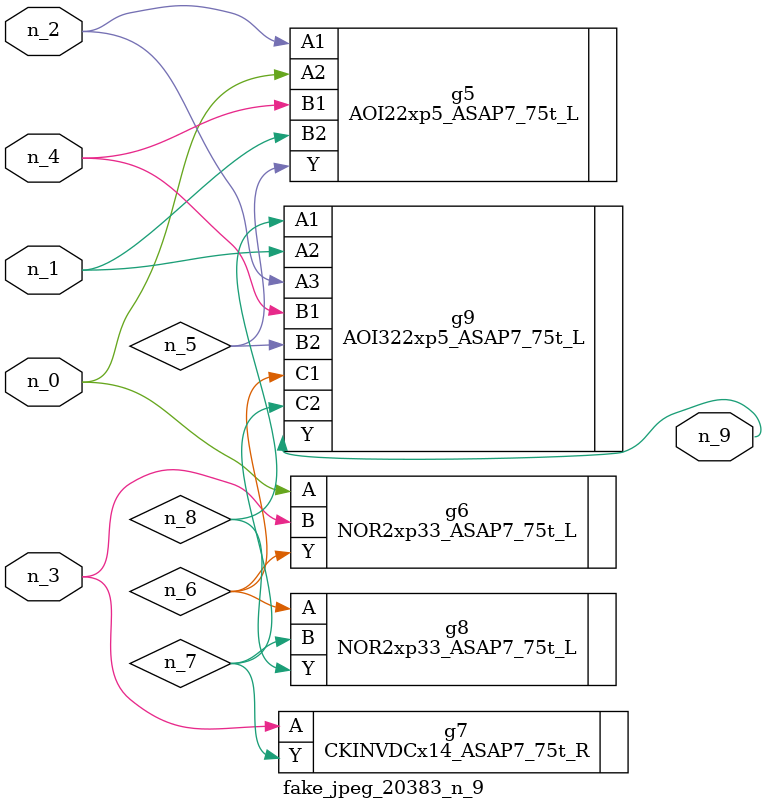
<source format=v>
module fake_jpeg_20383_n_9 (n_3, n_2, n_1, n_0, n_4, n_9);

input n_3;
input n_2;
input n_1;
input n_0;
input n_4;

output n_9;

wire n_8;
wire n_6;
wire n_5;
wire n_7;

AOI22xp5_ASAP7_75t_L g5 ( 
.A1(n_2),
.A2(n_0),
.B1(n_4),
.B2(n_1),
.Y(n_5)
);

NOR2xp33_ASAP7_75t_L g6 ( 
.A(n_0),
.B(n_3),
.Y(n_6)
);

CKINVDCx14_ASAP7_75t_R g7 ( 
.A(n_3),
.Y(n_7)
);

NOR2xp33_ASAP7_75t_L g8 ( 
.A(n_6),
.B(n_7),
.Y(n_8)
);

AOI322xp5_ASAP7_75t_L g9 ( 
.A1(n_8),
.A2(n_1),
.A3(n_2),
.B1(n_4),
.B2(n_5),
.C1(n_6),
.C2(n_7),
.Y(n_9)
);


endmodule
</source>
